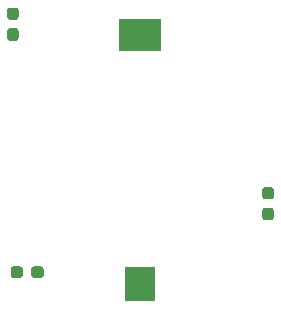
<source format=gbp>
G04 #@! TF.GenerationSoftware,KiCad,Pcbnew,(5.1.5-0-10_14)*
G04 #@! TF.CreationDate,2020-04-26T19:30:02+09:00*
G04 #@! TF.ProjectId,TriCon,54726943-6f6e-42e6-9b69-6361645f7063,1.0*
G04 #@! TF.SameCoordinates,Original*
G04 #@! TF.FileFunction,Paste,Bot*
G04 #@! TF.FilePolarity,Positive*
%FSLAX46Y46*%
G04 Gerber Fmt 4.6, Leading zero omitted, Abs format (unit mm)*
G04 Created by KiCad (PCBNEW (5.1.5-0-10_14)) date 2020-04-26 19:30:02*
%MOMM*%
%LPD*%
G04 APERTURE LIST*
%ADD10R,3.600000X2.700000*%
%ADD11R,2.500000X3.000000*%
%ADD12C,0.100000*%
G04 APERTURE END LIST*
D10*
X149900000Y-90700000D03*
D11*
X149900000Y-111800000D03*
D12*
G36*
X160960779Y-105351144D02*
G01*
X160983834Y-105354563D01*
X161006443Y-105360227D01*
X161028387Y-105368079D01*
X161049457Y-105378044D01*
X161069448Y-105390026D01*
X161088168Y-105403910D01*
X161105438Y-105419562D01*
X161121090Y-105436832D01*
X161134974Y-105455552D01*
X161146956Y-105475543D01*
X161156921Y-105496613D01*
X161164773Y-105518557D01*
X161170437Y-105541166D01*
X161173856Y-105564221D01*
X161175000Y-105587500D01*
X161175000Y-106162500D01*
X161173856Y-106185779D01*
X161170437Y-106208834D01*
X161164773Y-106231443D01*
X161156921Y-106253387D01*
X161146956Y-106274457D01*
X161134974Y-106294448D01*
X161121090Y-106313168D01*
X161105438Y-106330438D01*
X161088168Y-106346090D01*
X161069448Y-106359974D01*
X161049457Y-106371956D01*
X161028387Y-106381921D01*
X161006443Y-106389773D01*
X160983834Y-106395437D01*
X160960779Y-106398856D01*
X160937500Y-106400000D01*
X160462500Y-106400000D01*
X160439221Y-106398856D01*
X160416166Y-106395437D01*
X160393557Y-106389773D01*
X160371613Y-106381921D01*
X160350543Y-106371956D01*
X160330552Y-106359974D01*
X160311832Y-106346090D01*
X160294562Y-106330438D01*
X160278910Y-106313168D01*
X160265026Y-106294448D01*
X160253044Y-106274457D01*
X160243079Y-106253387D01*
X160235227Y-106231443D01*
X160229563Y-106208834D01*
X160226144Y-106185779D01*
X160225000Y-106162500D01*
X160225000Y-105587500D01*
X160226144Y-105564221D01*
X160229563Y-105541166D01*
X160235227Y-105518557D01*
X160243079Y-105496613D01*
X160253044Y-105475543D01*
X160265026Y-105455552D01*
X160278910Y-105436832D01*
X160294562Y-105419562D01*
X160311832Y-105403910D01*
X160330552Y-105390026D01*
X160350543Y-105378044D01*
X160371613Y-105368079D01*
X160393557Y-105360227D01*
X160416166Y-105354563D01*
X160439221Y-105351144D01*
X160462500Y-105350000D01*
X160937500Y-105350000D01*
X160960779Y-105351144D01*
G37*
G36*
X160960779Y-103601144D02*
G01*
X160983834Y-103604563D01*
X161006443Y-103610227D01*
X161028387Y-103618079D01*
X161049457Y-103628044D01*
X161069448Y-103640026D01*
X161088168Y-103653910D01*
X161105438Y-103669562D01*
X161121090Y-103686832D01*
X161134974Y-103705552D01*
X161146956Y-103725543D01*
X161156921Y-103746613D01*
X161164773Y-103768557D01*
X161170437Y-103791166D01*
X161173856Y-103814221D01*
X161175000Y-103837500D01*
X161175000Y-104412500D01*
X161173856Y-104435779D01*
X161170437Y-104458834D01*
X161164773Y-104481443D01*
X161156921Y-104503387D01*
X161146956Y-104524457D01*
X161134974Y-104544448D01*
X161121090Y-104563168D01*
X161105438Y-104580438D01*
X161088168Y-104596090D01*
X161069448Y-104609974D01*
X161049457Y-104621956D01*
X161028387Y-104631921D01*
X161006443Y-104639773D01*
X160983834Y-104645437D01*
X160960779Y-104648856D01*
X160937500Y-104650000D01*
X160462500Y-104650000D01*
X160439221Y-104648856D01*
X160416166Y-104645437D01*
X160393557Y-104639773D01*
X160371613Y-104631921D01*
X160350543Y-104621956D01*
X160330552Y-104609974D01*
X160311832Y-104596090D01*
X160294562Y-104580438D01*
X160278910Y-104563168D01*
X160265026Y-104544448D01*
X160253044Y-104524457D01*
X160243079Y-104503387D01*
X160235227Y-104481443D01*
X160229563Y-104458834D01*
X160226144Y-104435779D01*
X160225000Y-104412500D01*
X160225000Y-103837500D01*
X160226144Y-103814221D01*
X160229563Y-103791166D01*
X160235227Y-103768557D01*
X160243079Y-103746613D01*
X160253044Y-103725543D01*
X160265026Y-103705552D01*
X160278910Y-103686832D01*
X160294562Y-103669562D01*
X160311832Y-103653910D01*
X160330552Y-103640026D01*
X160350543Y-103628044D01*
X160371613Y-103618079D01*
X160393557Y-103610227D01*
X160416166Y-103604563D01*
X160439221Y-103601144D01*
X160462500Y-103600000D01*
X160937500Y-103600000D01*
X160960779Y-103601144D01*
G37*
G36*
X139735779Y-110326144D02*
G01*
X139758834Y-110329563D01*
X139781443Y-110335227D01*
X139803387Y-110343079D01*
X139824457Y-110353044D01*
X139844448Y-110365026D01*
X139863168Y-110378910D01*
X139880438Y-110394562D01*
X139896090Y-110411832D01*
X139909974Y-110430552D01*
X139921956Y-110450543D01*
X139931921Y-110471613D01*
X139939773Y-110493557D01*
X139945437Y-110516166D01*
X139948856Y-110539221D01*
X139950000Y-110562500D01*
X139950000Y-111037500D01*
X139948856Y-111060779D01*
X139945437Y-111083834D01*
X139939773Y-111106443D01*
X139931921Y-111128387D01*
X139921956Y-111149457D01*
X139909974Y-111169448D01*
X139896090Y-111188168D01*
X139880438Y-111205438D01*
X139863168Y-111221090D01*
X139844448Y-111234974D01*
X139824457Y-111246956D01*
X139803387Y-111256921D01*
X139781443Y-111264773D01*
X139758834Y-111270437D01*
X139735779Y-111273856D01*
X139712500Y-111275000D01*
X139137500Y-111275000D01*
X139114221Y-111273856D01*
X139091166Y-111270437D01*
X139068557Y-111264773D01*
X139046613Y-111256921D01*
X139025543Y-111246956D01*
X139005552Y-111234974D01*
X138986832Y-111221090D01*
X138969562Y-111205438D01*
X138953910Y-111188168D01*
X138940026Y-111169448D01*
X138928044Y-111149457D01*
X138918079Y-111128387D01*
X138910227Y-111106443D01*
X138904563Y-111083834D01*
X138901144Y-111060779D01*
X138900000Y-111037500D01*
X138900000Y-110562500D01*
X138901144Y-110539221D01*
X138904563Y-110516166D01*
X138910227Y-110493557D01*
X138918079Y-110471613D01*
X138928044Y-110450543D01*
X138940026Y-110430552D01*
X138953910Y-110411832D01*
X138969562Y-110394562D01*
X138986832Y-110378910D01*
X139005552Y-110365026D01*
X139025543Y-110353044D01*
X139046613Y-110343079D01*
X139068557Y-110335227D01*
X139091166Y-110329563D01*
X139114221Y-110326144D01*
X139137500Y-110325000D01*
X139712500Y-110325000D01*
X139735779Y-110326144D01*
G37*
G36*
X141485779Y-110326144D02*
G01*
X141508834Y-110329563D01*
X141531443Y-110335227D01*
X141553387Y-110343079D01*
X141574457Y-110353044D01*
X141594448Y-110365026D01*
X141613168Y-110378910D01*
X141630438Y-110394562D01*
X141646090Y-110411832D01*
X141659974Y-110430552D01*
X141671956Y-110450543D01*
X141681921Y-110471613D01*
X141689773Y-110493557D01*
X141695437Y-110516166D01*
X141698856Y-110539221D01*
X141700000Y-110562500D01*
X141700000Y-111037500D01*
X141698856Y-111060779D01*
X141695437Y-111083834D01*
X141689773Y-111106443D01*
X141681921Y-111128387D01*
X141671956Y-111149457D01*
X141659974Y-111169448D01*
X141646090Y-111188168D01*
X141630438Y-111205438D01*
X141613168Y-111221090D01*
X141594448Y-111234974D01*
X141574457Y-111246956D01*
X141553387Y-111256921D01*
X141531443Y-111264773D01*
X141508834Y-111270437D01*
X141485779Y-111273856D01*
X141462500Y-111275000D01*
X140887500Y-111275000D01*
X140864221Y-111273856D01*
X140841166Y-111270437D01*
X140818557Y-111264773D01*
X140796613Y-111256921D01*
X140775543Y-111246956D01*
X140755552Y-111234974D01*
X140736832Y-111221090D01*
X140719562Y-111205438D01*
X140703910Y-111188168D01*
X140690026Y-111169448D01*
X140678044Y-111149457D01*
X140668079Y-111128387D01*
X140660227Y-111106443D01*
X140654563Y-111083834D01*
X140651144Y-111060779D01*
X140650000Y-111037500D01*
X140650000Y-110562500D01*
X140651144Y-110539221D01*
X140654563Y-110516166D01*
X140660227Y-110493557D01*
X140668079Y-110471613D01*
X140678044Y-110450543D01*
X140690026Y-110430552D01*
X140703910Y-110411832D01*
X140719562Y-110394562D01*
X140736832Y-110378910D01*
X140755552Y-110365026D01*
X140775543Y-110353044D01*
X140796613Y-110343079D01*
X140818557Y-110335227D01*
X140841166Y-110329563D01*
X140864221Y-110326144D01*
X140887500Y-110325000D01*
X141462500Y-110325000D01*
X141485779Y-110326144D01*
G37*
G36*
X139360779Y-88401144D02*
G01*
X139383834Y-88404563D01*
X139406443Y-88410227D01*
X139428387Y-88418079D01*
X139449457Y-88428044D01*
X139469448Y-88440026D01*
X139488168Y-88453910D01*
X139505438Y-88469562D01*
X139521090Y-88486832D01*
X139534974Y-88505552D01*
X139546956Y-88525543D01*
X139556921Y-88546613D01*
X139564773Y-88568557D01*
X139570437Y-88591166D01*
X139573856Y-88614221D01*
X139575000Y-88637500D01*
X139575000Y-89212500D01*
X139573856Y-89235779D01*
X139570437Y-89258834D01*
X139564773Y-89281443D01*
X139556921Y-89303387D01*
X139546956Y-89324457D01*
X139534974Y-89344448D01*
X139521090Y-89363168D01*
X139505438Y-89380438D01*
X139488168Y-89396090D01*
X139469448Y-89409974D01*
X139449457Y-89421956D01*
X139428387Y-89431921D01*
X139406443Y-89439773D01*
X139383834Y-89445437D01*
X139360779Y-89448856D01*
X139337500Y-89450000D01*
X138862500Y-89450000D01*
X138839221Y-89448856D01*
X138816166Y-89445437D01*
X138793557Y-89439773D01*
X138771613Y-89431921D01*
X138750543Y-89421956D01*
X138730552Y-89409974D01*
X138711832Y-89396090D01*
X138694562Y-89380438D01*
X138678910Y-89363168D01*
X138665026Y-89344448D01*
X138653044Y-89324457D01*
X138643079Y-89303387D01*
X138635227Y-89281443D01*
X138629563Y-89258834D01*
X138626144Y-89235779D01*
X138625000Y-89212500D01*
X138625000Y-88637500D01*
X138626144Y-88614221D01*
X138629563Y-88591166D01*
X138635227Y-88568557D01*
X138643079Y-88546613D01*
X138653044Y-88525543D01*
X138665026Y-88505552D01*
X138678910Y-88486832D01*
X138694562Y-88469562D01*
X138711832Y-88453910D01*
X138730552Y-88440026D01*
X138750543Y-88428044D01*
X138771613Y-88418079D01*
X138793557Y-88410227D01*
X138816166Y-88404563D01*
X138839221Y-88401144D01*
X138862500Y-88400000D01*
X139337500Y-88400000D01*
X139360779Y-88401144D01*
G37*
G36*
X139360779Y-90151144D02*
G01*
X139383834Y-90154563D01*
X139406443Y-90160227D01*
X139428387Y-90168079D01*
X139449457Y-90178044D01*
X139469448Y-90190026D01*
X139488168Y-90203910D01*
X139505438Y-90219562D01*
X139521090Y-90236832D01*
X139534974Y-90255552D01*
X139546956Y-90275543D01*
X139556921Y-90296613D01*
X139564773Y-90318557D01*
X139570437Y-90341166D01*
X139573856Y-90364221D01*
X139575000Y-90387500D01*
X139575000Y-90962500D01*
X139573856Y-90985779D01*
X139570437Y-91008834D01*
X139564773Y-91031443D01*
X139556921Y-91053387D01*
X139546956Y-91074457D01*
X139534974Y-91094448D01*
X139521090Y-91113168D01*
X139505438Y-91130438D01*
X139488168Y-91146090D01*
X139469448Y-91159974D01*
X139449457Y-91171956D01*
X139428387Y-91181921D01*
X139406443Y-91189773D01*
X139383834Y-91195437D01*
X139360779Y-91198856D01*
X139337500Y-91200000D01*
X138862500Y-91200000D01*
X138839221Y-91198856D01*
X138816166Y-91195437D01*
X138793557Y-91189773D01*
X138771613Y-91181921D01*
X138750543Y-91171956D01*
X138730552Y-91159974D01*
X138711832Y-91146090D01*
X138694562Y-91130438D01*
X138678910Y-91113168D01*
X138665026Y-91094448D01*
X138653044Y-91074457D01*
X138643079Y-91053387D01*
X138635227Y-91031443D01*
X138629563Y-91008834D01*
X138626144Y-90985779D01*
X138625000Y-90962500D01*
X138625000Y-90387500D01*
X138626144Y-90364221D01*
X138629563Y-90341166D01*
X138635227Y-90318557D01*
X138643079Y-90296613D01*
X138653044Y-90275543D01*
X138665026Y-90255552D01*
X138678910Y-90236832D01*
X138694562Y-90219562D01*
X138711832Y-90203910D01*
X138730552Y-90190026D01*
X138750543Y-90178044D01*
X138771613Y-90168079D01*
X138793557Y-90160227D01*
X138816166Y-90154563D01*
X138839221Y-90151144D01*
X138862500Y-90150000D01*
X139337500Y-90150000D01*
X139360779Y-90151144D01*
G37*
M02*

</source>
